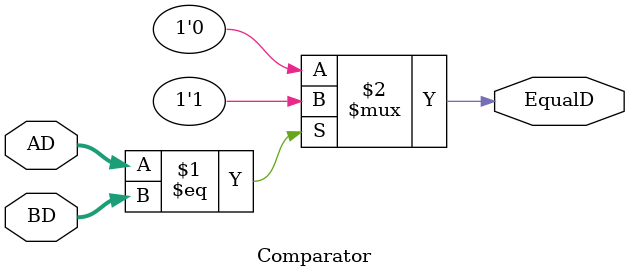
<source format=v>
module Comparator(AD, BD, EqualD);
input [31:0] AD, BD;
output EqualD;

assign EqualD = (AD == BD) ? 1'b1 : 1'b0;

endmodule

</source>
